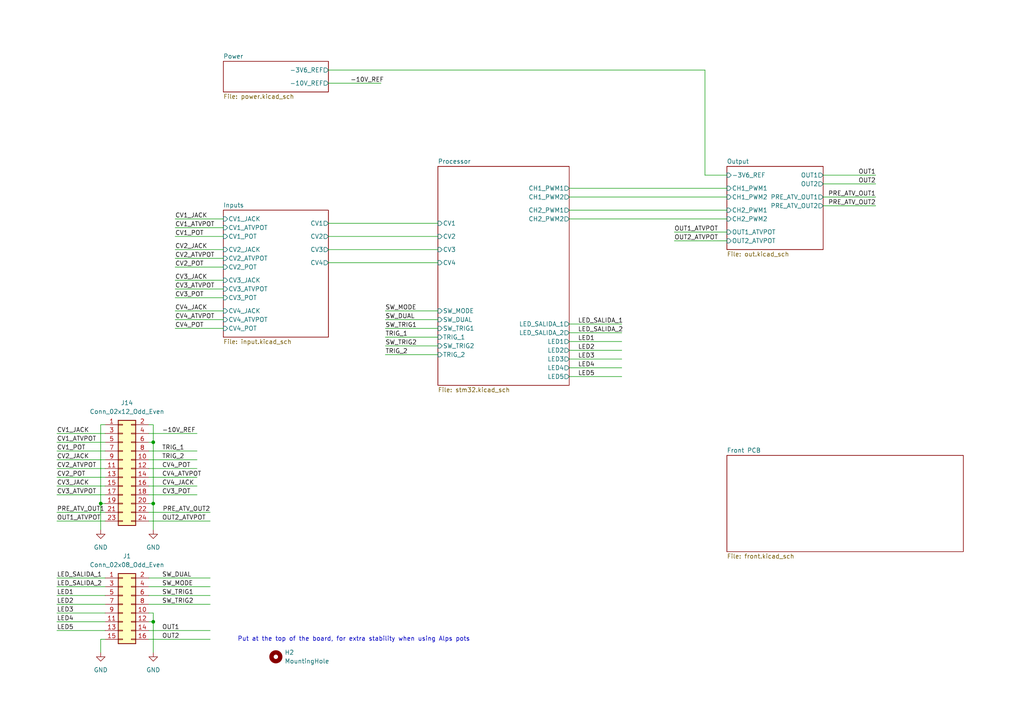
<source format=kicad_sch>
(kicad_sch (version 20231120) (generator "eeschema") (generator_version "8.0")
  (paper "A4")
  (title_block (title "Main") (date "2024-09-14") (rev "v0.1") (company "Sluisbrinkie"))
  (lib_symbols
    (symbol "Connector_Generic:Conn_02x08_Odd_Even" (pin_names (offset 1.016) hide)
      (property "Reference" "J" (at 1.27 10.16 0))
      (property "Value" "Conn_02x08_Odd_Even" (at 1.27 -12.7 0))
      (symbol "Conn_02x08_Odd_Even_1_1"
        (rectangle (start -1.27 -10.033) (end 0 -10.287) (stroke (width 0.1524)))
        (rectangle (start -1.27 -7.493) (end 0 -7.747) (stroke (width 0.1524)))
        (rectangle (start -1.27 -4.953) (end 0 -5.207) (stroke (width 0.1524)))
        (rectangle (start -1.27 -2.413) (end 0 -2.667) (stroke (width 0.1524)))
        (rectangle (start -1.27 0.127) (end 0 -0.127) (stroke (width 0.1524)))
        (rectangle (start -1.27 2.667) (end 0 2.413) (stroke (width 0.1524)))
        (rectangle (start -1.27 5.207) (end 0 4.953) (stroke (width 0.1524)))
        (rectangle (start -1.27 7.747) (end 0 7.493) (stroke (width 0.1524)))
        (rectangle (start -1.27 8.89) (end 3.81 -11.43) (stroke (width 0.254)) (fill (type background)))
        (rectangle (start 3.81 -10.033) (end 2.54 -10.287) (stroke (width 0.1524)))
        (rectangle (start 3.81 -7.493) (end 2.54 -7.747) (stroke (width 0.1524)))
        (rectangle (start 3.81 -4.953) (end 2.54 -5.207) (stroke (width 0.1524)))
        (rectangle (start 3.81 -2.413) (end 2.54 -2.667) (stroke (width 0.1524)))
        (rectangle (start 3.81 0.127) (end 2.54 -0.127) (stroke (width 0.1524)))
        (rectangle (start 3.81 2.667) (end 2.54 2.413) (stroke (width 0.1524)))
        (rectangle (start 3.81 5.207) (end 2.54 4.953) (stroke (width 0.1524)))
        (rectangle (start 3.81 7.747) (end 2.54 7.493) (stroke (width 0.1524)))
        (pin passive line (at -5.08 7.62 0) (length 3.81) (name "Pin_1") (number "1"))
        (pin passive line (at 7.62 -2.54 180) (length 3.81) (name "Pin_10") (number "10"))
        (pin passive line (at -5.08 -5.08 0) (length 3.81) (name "Pin_11") (number "11"))
        (pin passive line (at 7.62 -5.08 180) (length 3.81) (name "Pin_12") (number "12"))
        (pin passive line (at -5.08 -7.62 0) (length 3.81) (name "Pin_13") (number "13"))
        (pin passive line (at 7.62 -7.62 180) (length 3.81) (name "Pin_14") (number "14"))
        (pin passive line (at -5.08 -10.16 0) (length 3.81) (name "Pin_15") (number "15"))
        (pin passive line (at 7.62 -10.16 180) (length 3.81) (name "Pin_16") (number "16"))
        (pin passive line (at 7.62 7.62 180) (length 3.81) (name "Pin_2") (number "2"))
        (pin passive line (at -5.08 5.08 0) (length 3.81) (name "Pin_3") (number "3"))
        (pin passive line (at 7.62 5.08 180) (length 3.81) (name "Pin_4") (number "4"))
        (pin passive line (at -5.08 2.54 0) (length 3.81) (name "Pin_5") (number "5"))
        (pin passive line (at 7.62 2.54 180) (length 3.81) (name "Pin_6") (number "6"))
        (pin passive line (at -5.08 0 0) (length 3.81) (name "Pin_7") (number "7"))
        (pin passive line (at 7.62 0 180) (length 3.81) (name "Pin_8") (number "8"))
        (pin passive line (at -5.08 -2.54 0) (length 3.81) (name "Pin_9") (number "9"))
      )
    )
    (symbol "Connector_Generic:Conn_02x12_Odd_Even" (pin_names (offset 1.016) hide)
      (property "Reference" "J" (at 1.27 15.24 0))
      (property "Value" "Conn_02x12_Odd_Even" (at 1.27 -17.78 0))
      (symbol "Conn_02x12_Odd_Even_1_1"
        (rectangle (start -1.27 -15.113) (end 0 -15.367) (stroke (width 0.1524)))
        (rectangle (start -1.27 -12.573) (end 0 -12.827) (stroke (width 0.1524)))
        (rectangle (start -1.27 -10.033) (end 0 -10.287) (stroke (width 0.1524)))
        (rectangle (start -1.27 -7.493) (end 0 -7.747) (stroke (width 0.1524)))
        (rectangle (start -1.27 -4.953) (end 0 -5.207) (stroke (width 0.1524)))
        (rectangle (start -1.27 -2.413) (end 0 -2.667) (stroke (width 0.1524)))
        (rectangle (start -1.27 0.127) (end 0 -0.127) (stroke (width 0.1524)))
        (rectangle (start -1.27 2.667) (end 0 2.413) (stroke (width 0.1524)))
        (rectangle (start -1.27 5.207) (end 0 4.953) (stroke (width 0.1524)))
        (rectangle (start -1.27 7.747) (end 0 7.493) (stroke (width 0.1524)))
        (rectangle (start -1.27 10.287) (end 0 10.033) (stroke (width 0.1524)))
        (rectangle (start -1.27 12.827) (end 0 12.573) (stroke (width 0.1524)))
        (rectangle (start -1.27 13.97) (end 3.81 -16.51) (stroke (width 0.254)) (fill (type background)))
        (rectangle (start 3.81 -15.113) (end 2.54 -15.367) (stroke (width 0.1524)))
        (rectangle (start 3.81 -12.573) (end 2.54 -12.827) (stroke (width 0.1524)))
        (rectangle (start 3.81 -10.033) (end 2.54 -10.287) (stroke (width 0.1524)))
        (rectangle (start 3.81 -7.493) (end 2.54 -7.747) (stroke (width 0.1524)))
        (rectangle (start 3.81 -4.953) (end 2.54 -5.207) (stroke (width 0.1524)))
        (rectangle (start 3.81 -2.413) (end 2.54 -2.667) (stroke (width 0.1524)))
        (rectangle (start 3.81 0.127) (end 2.54 -0.127) (stroke (width 0.1524)))
        (rectangle (start 3.81 2.667) (end 2.54 2.413) (stroke (width 0.1524)))
        (rectangle (start 3.81 5.207) (end 2.54 4.953) (stroke (width 0.1524)))
        (rectangle (start 3.81 7.747) (end 2.54 7.493) (stroke (width 0.1524)))
        (rectangle (start 3.81 10.287) (end 2.54 10.033) (stroke (width 0.1524)))
        (rectangle (start 3.81 12.827) (end 2.54 12.573) (stroke (width 0.1524)))
        (pin passive line (at -5.08 12.7 0) (length 3.81) (name "Pin_1") (number "1"))
        (pin passive line (at 7.62 2.54 180) (length 3.81) (name "Pin_10") (number "10"))
        (pin passive line (at -5.08 0 0) (length 3.81) (name "Pin_11") (number "11"))
        (pin passive line (at 7.62 0 180) (length 3.81) (name "Pin_12") (number "12"))
        (pin passive line (at -5.08 -2.54 0) (length 3.81) (name "Pin_13") (number "13"))
        (pin passive line (at 7.62 -2.54 180) (length 3.81) (name "Pin_14") (number "14"))
        (pin passive line (at -5.08 -5.08 0) (length 3.81) (name "Pin_15") (number "15"))
        (pin passive line (at 7.62 -5.08 180) (length 3.81) (name "Pin_16") (number "16"))
        (pin passive line (at -5.08 -7.62 0) (length 3.81) (name "Pin_17") (number "17"))
        (pin passive line (at 7.62 -7.62 180) (length 3.81) (name "Pin_18") (number "18"))
        (pin passive line (at -5.08 -10.16 0) (length 3.81) (name "Pin_19") (number "19"))
        (pin passive line (at 7.62 12.7 180) (length 3.81) (name "Pin_2") (number "2"))
        (pin passive line (at 7.62 -10.16 180) (length 3.81) (name "Pin_20") (number "20"))
        (pin passive line (at -5.08 -12.7 0) (length 3.81) (name "Pin_21") (number "21"))
        (pin passive line (at 7.62 -12.7 180) (length 3.81) (name "Pin_22") (number "22"))
        (pin passive line (at -5.08 -15.24 0) (length 3.81) (name "Pin_23") (number "23"))
        (pin passive line (at 7.62 -15.24 180) (length 3.81) (name "Pin_24") (number "24"))
        (pin passive line (at -5.08 10.16 0) (length 3.81) (name "Pin_3") (number "3"))
        (pin passive line (at 7.62 10.16 180) (length 3.81) (name "Pin_4") (number "4"))
        (pin passive line (at -5.08 7.62 0) (length 3.81) (name "Pin_5") (number "5"))
        (pin passive line (at 7.62 7.62 180) (length 3.81) (name "Pin_6") (number "6"))
        (pin passive line (at -5.08 5.08 0) (length 3.81) (name "Pin_7") (number "7"))
        (pin passive line (at 7.62 5.08 180) (length 3.81) (name "Pin_8") (number "8"))
        (pin passive line (at -5.08 2.54 0) (length 3.81) (name "Pin_9") (number "9"))
      )
    )
    (symbol "Mechanical:MountingHole" (pin_names (offset 1.016)) (exclude_from_sim yes) (in_bom no)
      (property "Reference" "H" (at 0 5.08 0))
      (property "Value" "MountingHole" (at 0 3.175 0))
      (symbol "MountingHole_0_1"
        (circle (center 0 0) (radius 1.27) (stroke (width 1.27)))
      )
    )
    (symbol "power:GND" (power) (pin_numbers hide) (pin_names (offset 0) hide)
      (property "Value" "GND" (at 0 -3.81 0))
      (symbol "GND_0_1"
        (polyline (pts (xy 0 0) (xy 0 -1.27) (xy 1.27 -1.27) (xy 0 -2.54) (xy -1.27 -1.27) (xy 0 -1.27)))
      )
      (symbol "GND_1_1"
        (pin power_in line (at 0 0 270) (length 0) (name "~") (number "1"))
      )
    )
  )
  (junction (at 44.45 128.27))
  (junction (at 44.45 146.05))
  (junction (at 29.21 146.05))
  (junction (at 44.45 180.34))
  (wire (pts (xy 165.1 54.61) (xy 210.82 54.61)))
  (wire (pts (xy 238.76 53.34) (xy 254 53.34)))
  (wire (pts (xy 165.1 101.6) (xy 180.34 101.6)))
  (wire (pts (xy 195.58 69.85) (xy 210.82 69.85)))
  (wire (pts (xy 50.8 92.71) (xy 64.77 92.71)))
  (wire (pts (xy 43.18 182.88) (xy 60.96 182.88)))
  (wire (pts (xy 44.45 180.34) (xy 44.45 177.8)))
  (wire (pts (xy 238.76 50.8) (xy 254 50.8)))
  (wire (pts (xy 111.76 92.71) (xy 127 92.71)))
  (wire (pts (xy 111.76 100.33) (xy 127 100.33)))
  (wire (pts (xy 165.1 57.15) (xy 210.82 57.15)))
  (wire (pts (xy 111.76 97.79) (xy 127 97.79)))
  (wire (pts (xy 16.51 128.27) (xy 30.48 128.27)))
  (wire (pts (xy 16.51 172.72) (xy 30.48 172.72)))
  (wire (pts (xy 95.25 76.2) (xy 127 76.2)))
  (wire (pts (xy 50.8 68.58) (xy 64.77 68.58)))
  (wire (pts (xy 165.1 63.5) (xy 210.82 63.5)))
  (wire (pts (xy 43.18 167.64) (xy 60.96 167.64)))
  (wire (pts (xy 16.51 151.13) (xy 30.48 151.13)))
  (wire (pts (xy 95.25 68.58) (xy 127 68.58)))
  (wire (pts (xy 44.45 180.34) (xy 44.45 189.23)))
  (wire (pts (xy 95.25 64.77) (xy 127 64.77)))
  (wire (pts (xy 29.21 146.05) (xy 30.48 146.05)))
  (wire (pts (xy 204.47 20.32) (xy 204.47 50.8)))
  (wire (pts (xy 111.76 102.87) (xy 127 102.87)))
  (wire (pts (xy 29.21 185.42) (xy 30.48 185.42)))
  (wire (pts (xy 165.1 93.98) (xy 180.34 93.98)))
  (wire (pts (xy 165.1 106.68) (xy 180.34 106.68)))
  (wire (pts (xy 165.1 109.22) (xy 180.34 109.22)))
  (wire (pts (xy 43.18 175.26) (xy 60.96 175.26)))
  (wire (pts (xy 195.58 67.31) (xy 210.82 67.31)))
  (wire (pts (xy 165.1 96.52) (xy 180.34 96.52)))
  (wire (pts (xy 16.51 182.88) (xy 30.48 182.88)))
  (wire (pts (xy 43.18 151.13) (xy 60.96 151.13)))
  (wire (pts (xy 16.51 177.8) (xy 30.48 177.8)))
  (wire (pts (xy 43.18 148.59) (xy 60.96 148.59)))
  (wire (pts (xy 50.8 95.25) (xy 64.77 95.25)))
  (wire (pts (xy 16.51 170.18) (xy 30.48 170.18)))
  (wire (pts (xy 16.51 138.43) (xy 30.48 138.43)))
  (wire (pts (xy 43.18 177.8) (xy 44.45 177.8)))
  (wire (pts (xy 43.18 172.72) (xy 60.96 172.72)))
  (wire (pts (xy 43.18 170.18) (xy 60.96 170.18)))
  (wire (pts (xy 16.51 148.59) (xy 30.48 148.59)))
  (wire (pts (xy 95.25 72.39) (xy 127 72.39)))
  (wire (pts (xy 238.76 57.15) (xy 254 57.15)))
  (wire (pts (xy 43.18 135.89) (xy 57.15 135.89)))
  (wire (pts (xy 111.76 90.17) (xy 127 90.17)))
  (wire (pts (xy 50.8 63.5) (xy 64.77 63.5)))
  (wire (pts (xy 50.8 77.47) (xy 64.77 77.47)))
  (wire (pts (xy 43.18 130.81) (xy 57.15 130.81)))
  (wire (pts (xy 165.1 104.14) (xy 180.34 104.14)))
  (wire (pts (xy 16.51 125.73) (xy 30.48 125.73)))
  (wire (pts (xy 95.25 20.32) (xy 204.47 20.32)))
  (wire (pts (xy 238.76 59.69) (xy 254 59.69)))
  (wire (pts (xy 30.48 123.19) (xy 29.21 123.19)))
  (wire (pts (xy 43.18 180.34) (xy 44.45 180.34)))
  (wire (pts (xy 29.21 123.19) (xy 29.21 146.05)))
  (wire (pts (xy 43.18 138.43) (xy 57.15 138.43)))
  (wire (pts (xy 16.51 175.26) (xy 30.48 175.26)))
  (wire (pts (xy 29.21 146.05) (xy 29.21 153.67)))
  (wire (pts (xy 50.8 72.39) (xy 64.77 72.39)))
  (wire (pts (xy 50.8 66.04) (xy 64.77 66.04)))
  (wire (pts (xy 43.18 125.73) (xy 57.15 125.73)))
  (wire (pts (xy 16.51 140.97) (xy 30.48 140.97)))
  (wire (pts (xy 43.18 185.42) (xy 60.96 185.42)))
  (wire (pts (xy 43.18 140.97) (xy 57.15 140.97)))
  (wire (pts (xy 204.47 50.8) (xy 210.82 50.8)))
  (wire (pts (xy 16.51 180.34) (xy 30.48 180.34)))
  (wire (pts (xy 44.45 146.05) (xy 44.45 128.27)))
  (wire (pts (xy 50.8 83.82) (xy 64.77 83.82)))
  (wire (pts (xy 16.51 143.51) (xy 30.48 143.51)))
  (wire (pts (xy 16.51 130.81) (xy 30.48 130.81)))
  (wire (pts (xy 111.76 95.25) (xy 127 95.25)))
  (wire (pts (xy 44.45 128.27) (xy 43.18 128.27)))
  (wire (pts (xy 165.1 60.96) (xy 210.82 60.96)))
  (wire (pts (xy 43.18 123.19) (xy 44.45 123.19)))
  (wire (pts (xy 43.18 146.05) (xy 44.45 146.05)))
  (wire (pts (xy 50.8 74.93) (xy 64.77 74.93)))
  (wire (pts (xy 29.21 185.42) (xy 29.21 189.23)))
  (wire (pts (xy 43.18 133.35) (xy 57.15 133.35)))
  (wire (pts (xy 16.51 135.89) (xy 30.48 135.89)))
  (wire (pts (xy 50.8 86.36) (xy 64.77 86.36)))
  (wire (pts (xy 16.51 167.64) (xy 30.48 167.64)))
  (wire (pts (xy 43.18 143.51) (xy 57.15 143.51)))
  (wire (pts (xy 16.51 133.35) (xy 30.48 133.35)))
  (wire (pts (xy 50.8 90.17) (xy 64.77 90.17)))
  (wire (pts (xy 44.45 153.67) (xy 44.45 146.05)))
  (wire (pts (xy 50.8 81.28) (xy 64.77 81.28)))
  (wire (pts (xy 44.45 123.19) (xy 44.45 128.27)))
  (wire (pts (xy 95.25 24.13) (xy 110.49 24.13)))
  (wire (pts (xy 165.1 99.06) (xy 180.34 99.06)))
  (text "Put at the top of the board, for extra stability when using Alps pots" (at 102.616 185.42 0) (effects (font (size 1.27 1.27) (thickness 0.1588))))
  (label "CV1_POT" (at 16.51 130.81 0))
  (label "CV4_ATVPOT" (at 46.99 138.43 0))
  (label "CV2_JACK" (at 50.8 72.39 0))
  (label "-10V_REF" (at 101.6 24.13 0))
  (label "CV2_POT" (at 16.51 138.43 0))
  (label "CV3_POT" (at 46.99 143.51 0))
  (label "CV2_ATVPOT" (at 16.51 135.89 0))
  (label "CV4_POT" (at 46.99 135.89 0))
  (label "TRIG_2" (at 111.76 102.87 0))
  (label "SW_MODE" (at 46.99 170.18 0))
  (label "OUT2" (at 46.99 185.42 0))
  (label "OUT1" (at 254 50.8 180))
  (label "OUT2_ATVPOT" (at 195.58 69.85 0))
  (label "SW_DUAL" (at 46.99 167.64 0))
  (label "CV2_JACK" (at 16.51 133.35 0))
  (label "LED_SALIDA_2" (at 167.64 96.52 0))
  (label "SW_TRIG1" (at 46.99 172.72 0))
  (label "LED1" (at 16.51 172.72 0))
  (label "-10V_REF" (at 46.99 125.73 0))
  (label "SW_TRIG1" (at 111.76 95.25 0))
  (label "LED4" (at 167.64 106.68 0))
  (label "LED5" (at 16.51 182.88 0))
  (label "TRIG_1" (at 111.76 97.79 0))
  (label "CV3_JACK" (at 50.8 81.28 0))
  (label "PRE_ATV_OUT1" (at 16.51 148.59 0))
  (label "OUT1_ATVPOT" (at 16.51 151.13 0))
  (label "CV4_JACK" (at 46.99 140.97 0))
  (label "LED2" (at 167.64 101.6 0))
  (label "PRE_ATV_OUT2" (at 254 59.69 180))
  (label "LED1" (at 167.64 99.06 0))
  (label "CV3_ATVPOT" (at 50.8 83.82 0))
  (label "CV2_ATVPOT" (at 50.8 74.93 0))
  (label "TRIG_1" (at 46.99 130.81 0))
  (label "PRE_ATV_OUT1" (at 254 57.15 180))
  (label "OUT1" (at 46.99 182.88 0))
  (label "LED_SALIDA_1" (at 167.64 93.98 0))
  (label "CV3_ATVPOT" (at 16.51 143.51 0))
  (label "LED4" (at 16.51 180.34 0))
  (label "CV3_JACK" (at 16.51 140.97 0))
  (label "SW_TRIG2" (at 111.76 100.33 0))
  (label "CV1_ATVPOT" (at 50.8 66.04 0))
  (label "CV2_POT" (at 50.8 77.47 0))
  (label "CV4_JACK" (at 50.8 90.17 0))
  (label "LED_SALIDA_2" (at 16.51 170.18 0))
  (label "CV1_JACK" (at 50.8 63.5 0))
  (label "CV1_JACK" (at 16.51 125.73 0))
  (label "LED_SALIDA_1" (at 16.51 167.64 0))
  (label "OUT2" (at 254 53.34 180))
  (label "SW_TRIG2" (at 46.99 175.26 0))
  (label "OUT2_ATVPOT" (at 46.99 151.13 0))
  (label "LED5" (at 167.64 109.22 0))
  (label "OUT1_ATVPOT" (at 195.58 67.31 0))
  (label "CV3_POT" (at 50.8 86.36 0))
  (label "LED3" (at 167.64 104.14 0))
  (label "LED3" (at 16.51 177.8 0))
  (label "SW_MODE" (at 111.76 90.17 0))
  (label "CV4_POT" (at 50.8 95.25 0))
  (label "SW_DUAL" (at 111.76 92.71 0))
  (label "LED2" (at 16.51 175.26 0))
  (label "CV4_ATVPOT" (at 50.8 92.71 0))
  (label "PRE_ATV_OUT2" (at 60.96 148.59 180))
  (label "CV1_ATVPOT" (at 16.51 128.27 0))
  (label "CV1_POT" (at 50.8 68.58 0))
  (label "TRIG_2" (at 46.99 133.35 0))
  (symbol (lib_id "power:GND") (at 44.45 189.23 0) (unit 1)
    (property "Reference" "#PWR097" (effects (hide yes)))
    (property "Value" "GND" (at 44.45 194.31 0))
    (property "Description" "Power symbol creates a global label with name \"GND\" , ground" (effects (hide yes)))
  )
  (symbol (lib_id "power:GND") (at 29.21 189.23 0) (unit 1)
    (property "Reference" "#PWR095" (effects (hide yes)))
    (property "Value" "GND" (at 29.21 194.31 0))
    (property "Description" "Power symbol creates a global label with name \"GND\" , ground" (effects (hide yes)))
  )
  (symbol (lib_id "power:GND") (at 29.21 153.67 0) (unit 1)
    (property "Reference" "#PWR094" (effects (hide yes)))
    (property "Value" "GND" (at 29.21 158.75 0))
    (property "Description" "Power symbol creates a global label with name \"GND\" , ground" (effects (hide yes)))
  )
  (symbol (lib_id "Connector_Generic:Conn_02x08_Odd_Even") (at 35.56 175.26 0) (unit 1)
    (property "Reference" "J1" (at 36.83 161.29 0))
    (property "Value" "Conn_02x08_Odd_Even" (at 36.83 163.83 0))
    (property "Footprint" "Connector_PinSocket_2.54mm:PinSocket_2x08_P2.54mm_Vertical" (effects (hide yes)))
    (property "Description" "Generic connector, double row, 02x08, odd/even pin numbering scheme (row 1 odd numbers, row 2 even numbers), script generated (kicad-library-utils/schlib/autogen/connector/)" (effects (hide yes)))
  )
  (symbol (lib_id "power:GND") (at 44.45 153.67 0) (unit 1)
    (property "Reference" "#PWR096" (effects (hide yes)))
    (property "Value" "GND" (at 44.45 158.75 0))
    (property "Description" "Power symbol creates a global label with name \"GND\" , ground" (effects (hide yes)))
  )
  (symbol (lib_id "Mechanical:MountingHole") (at 80.01 190.5 0) (unit 1) (exclude_from_sim yes) (in_bom no)
    (property "Reference" "H2" (at 82.55 189.2299 0) (effects (justify left)))
    (property "Value" "MountingHole" (at 82.55 191.7699 0) (effects (justify left)))
    (property "Footprint" "MountingHole:MountingHole_2.7mm_M2.5" (effects (hide yes)))
    (property "Description" "Mounting Hole without connection" (effects (hide yes)))
  )
  (symbol (lib_id "Connector_Generic:Conn_02x12_Odd_Even") (at 35.56 135.89 0) (unit 1)
    (property "Reference" "J14" (at 36.83 116.84 0))
    (property "Value" "Conn_02x12_Odd_Even" (at 36.83 119.38 0))
    (property "Footprint" "Connector_PinSocket_2.54mm:PinSocket_2x12_P2.54mm_Vertical" (effects (hide yes)))
    (property "Description" "Generic connector, double row, 02x12, odd/even pin numbering scheme (row 1 odd numbers, row 2 even numbers), script generated (kicad-library-utils/schlib/autogen/connector/)" (effects (hide yes)))
  )
  (sheet (at 210.82 132.08) (size 68.58 27.94) (stroke (width 0.1524))
    (property "Sheetname" "Front PCB" (at 210.82 131.3684 0) (effects (justify left bottom)))
    (property "Sheetfile" "front.kicad_sch" (at 210.82 160.6046 0) (effects (justify left top)))
  )
  (sheet (at 210.82 48.26) (size 27.94 24.13) (stroke (width 0.1524))
    (property "Sheetname" "Output" (at 210.82 47.5484 0) (effects (justify left bottom)))
    (property "Sheetfile" "out.kicad_sch" (at 210.82 72.9746 0) (effects (justify left top)))
    (pin "-3V6_REF" input (at 210.82 50.8 180))
    (pin "CH2_PWM1" input (at 210.82 60.96 180))
    (pin "CH2_PWM2" input (at 210.82 63.5 180))
    (pin "CH1_PWM1" input (at 210.82 54.61 180))
    (pin "CH1_PWM2" input (at 210.82 57.15 180))
    (pin "OUT2" output (at 238.76 53.34 0))
    (pin "OUT1" output (at 238.76 50.8 0))
    (pin "OUT1_ATVPOT" input (at 210.82 67.31 180))
    (pin "OUT2_ATVPOT" input (at 210.82 69.85 180))
    (pin "PRE_ATV_OUT1" output (at 238.76 57.15 0))
    (pin "PRE_ATV_OUT2" output (at 238.76 59.69 0))
  )
  (sheet (at 127 48.26) (size 38.1 63.5) (stroke (width 0.1524))
    (property "Sheetname" "Processor" (at 127 47.5484 0) (effects (justify left bottom)))
    (property "Sheetfile" "stm32.kicad_sch" (at 127 112.3446 0) (effects (justify left top)))
    (pin "CV2" input (at 127 68.58 180))
    (pin "CV1" input (at 127 64.77 180))
    (pin "LED2" output (at 165.1 101.6 0))
    (pin "LED3" output (at 165.1 104.14 0))
    (pin "LED4" output (at 165.1 106.68 0))
    (pin "CV3" input (at 127 72.39 180))
    (pin "CV4" input (at 127 76.2 180))
    (pin "SW_DUAL" input (at 127 92.71 180))
    (pin "SW_MODE" input (at 127 90.17 180))
    (pin "CH1_PWM2" output (at 165.1 57.15 0))
    (pin "CH1_PWM1" output (at 165.1 54.61 0))
    (pin "CH2_PWM1" output (at 165.1 60.96 0))
    (pin "CH2_PWM2" output (at 165.1 63.5 0))
    (pin "SW_TRIG2" input (at 127 100.33 180))
    (pin "TRIG_2" input (at 127 102.87 180))
    (pin "SW_TRIG1" input (at 127 95.25 180))
    (pin "TRIG_1" input (at 127 97.79 180))
    (pin "LED_SALIDA_1" output (at 165.1 93.98 0))
    (pin "LED_SALIDA_2" output (at 165.1 96.52 0))
    (pin "LED5" output (at 165.1 109.22 0))
    (pin "LED1" output (at 165.1 99.06 0))
  )
  (sheet (at 64.77 60.96) (size 30.48 36.83) (stroke (width 0.1524))
    (property "Sheetname" "Inputs" (at 64.77 60.2484 0) (effects (justify left bottom)))
    (property "Sheetfile" "input.kicad_sch" (at 64.77 98.3746 0) (effects (justify left top)))
    (pin "CV2_JACK" input (at 64.77 72.39 180))
    (pin "CV2_ATVPOT" input (at 64.77 74.93 180))
    (pin "CV2_POT" input (at 64.77 77.47 180))
    (pin "CV2" output (at 95.25 68.58 0))
    (pin "CV1" output (at 95.25 64.77 0))
    (pin "CV1_POT" input (at 64.77 68.58 180))
    (pin "CV1_ATVPOT" input (at 64.77 66.04 180))
    (pin "CV1_JACK" input (at 64.77 63.5 180))
    (pin "CV3" output (at 95.25 72.39 0))
    (pin "CV4_JACK" input (at 64.77 90.17 180))
    (pin "CV4_ATVPOT" input (at 64.77 92.71 180))
    (pin "CV4_POT" input (at 64.77 95.25 180))
    (pin "CV3_POT" input (at 64.77 86.36 180))
    (pin "CV4" output (at 95.25 76.2 0))
    (pin "CV3_ATVPOT" input (at 64.77 83.82 180))
    (pin "CV3_JACK" input (at 64.77 81.28 180))
  )
  (sheet (at 64.77 17.78) (size 30.48 8.89) (stroke (width 0.1524))
    (property "Sheetname" "Power" (at 64.77 17.0684 0) (effects (justify left bottom)))
    (property "Sheetfile" "power.kicad_sch" (at 64.77 27.2546 0) (effects (justify left top)))
    (pin "-3V6_REF" output (at 95.25 20.32 0))
    (pin "-10V_REF" output (at 95.25 24.13 0))
  )
)
</source>
